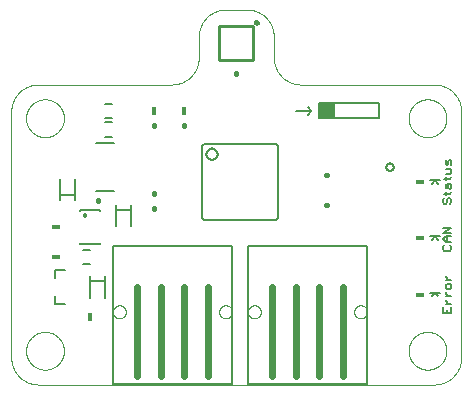
<source format=gto>
G75*
%MOIN*%
%OFA0B0*%
%FSLAX25Y25*%
%IPPOS*%
%LPD*%
%AMOC8*
5,1,8,0,0,1.08239X$1,22.5*
%
%ADD10C,0.00000*%
%ADD11C,0.00500*%
%ADD12C,0.01600*%
%ADD13C,0.00600*%
%ADD14C,0.00800*%
%ADD15R,0.02800X0.01600*%
%ADD16C,0.01000*%
%ADD17C,0.01200*%
%ADD18R,0.01600X0.02800*%
%ADD19C,0.02400*%
D10*
X0014550Y0005550D02*
X0146550Y0005550D01*
X0146767Y0005553D01*
X0146985Y0005561D01*
X0147202Y0005574D01*
X0147419Y0005592D01*
X0147635Y0005616D01*
X0147850Y0005644D01*
X0148065Y0005678D01*
X0148279Y0005718D01*
X0148492Y0005762D01*
X0148704Y0005812D01*
X0148914Y0005866D01*
X0149124Y0005926D01*
X0149331Y0005990D01*
X0149537Y0006060D01*
X0149741Y0006135D01*
X0149944Y0006214D01*
X0150144Y0006299D01*
X0150343Y0006388D01*
X0150539Y0006482D01*
X0150733Y0006581D01*
X0150924Y0006684D01*
X0151113Y0006792D01*
X0151299Y0006905D01*
X0151482Y0007022D01*
X0151663Y0007143D01*
X0151840Y0007269D01*
X0152014Y0007399D01*
X0152186Y0007533D01*
X0152354Y0007671D01*
X0152518Y0007813D01*
X0152679Y0007960D01*
X0152837Y0008110D01*
X0152990Y0008263D01*
X0153140Y0008421D01*
X0153287Y0008582D01*
X0153429Y0008746D01*
X0153567Y0008914D01*
X0153701Y0009086D01*
X0153831Y0009260D01*
X0153957Y0009437D01*
X0154078Y0009618D01*
X0154195Y0009801D01*
X0154308Y0009987D01*
X0154416Y0010176D01*
X0154519Y0010367D01*
X0154618Y0010561D01*
X0154712Y0010757D01*
X0154801Y0010956D01*
X0154886Y0011156D01*
X0154965Y0011359D01*
X0155040Y0011563D01*
X0155110Y0011769D01*
X0155174Y0011976D01*
X0155234Y0012186D01*
X0155288Y0012396D01*
X0155338Y0012608D01*
X0155382Y0012821D01*
X0155422Y0013035D01*
X0155456Y0013250D01*
X0155484Y0013465D01*
X0155508Y0013681D01*
X0155526Y0013898D01*
X0155539Y0014115D01*
X0155547Y0014333D01*
X0155550Y0014550D01*
X0155550Y0096550D01*
X0155547Y0096767D01*
X0155539Y0096985D01*
X0155526Y0097202D01*
X0155508Y0097419D01*
X0155484Y0097635D01*
X0155456Y0097850D01*
X0155422Y0098065D01*
X0155382Y0098279D01*
X0155338Y0098492D01*
X0155288Y0098704D01*
X0155234Y0098914D01*
X0155174Y0099124D01*
X0155110Y0099331D01*
X0155040Y0099537D01*
X0154965Y0099741D01*
X0154886Y0099944D01*
X0154801Y0100144D01*
X0154712Y0100343D01*
X0154618Y0100539D01*
X0154519Y0100733D01*
X0154416Y0100924D01*
X0154308Y0101113D01*
X0154195Y0101299D01*
X0154078Y0101482D01*
X0153957Y0101663D01*
X0153831Y0101840D01*
X0153701Y0102014D01*
X0153567Y0102186D01*
X0153429Y0102354D01*
X0153287Y0102518D01*
X0153140Y0102679D01*
X0152990Y0102837D01*
X0152837Y0102990D01*
X0152679Y0103140D01*
X0152518Y0103287D01*
X0152354Y0103429D01*
X0152186Y0103567D01*
X0152014Y0103701D01*
X0151840Y0103831D01*
X0151663Y0103957D01*
X0151482Y0104078D01*
X0151299Y0104195D01*
X0151113Y0104308D01*
X0150924Y0104416D01*
X0150733Y0104519D01*
X0150539Y0104618D01*
X0150343Y0104712D01*
X0150144Y0104801D01*
X0149944Y0104886D01*
X0149741Y0104965D01*
X0149537Y0105040D01*
X0149331Y0105110D01*
X0149124Y0105174D01*
X0148914Y0105234D01*
X0148704Y0105288D01*
X0148492Y0105338D01*
X0148279Y0105382D01*
X0148065Y0105422D01*
X0147850Y0105456D01*
X0147635Y0105484D01*
X0147419Y0105508D01*
X0147202Y0105526D01*
X0146985Y0105539D01*
X0146767Y0105547D01*
X0146550Y0105550D01*
X0102050Y0105550D01*
X0101833Y0105553D01*
X0101615Y0105561D01*
X0101398Y0105574D01*
X0101181Y0105592D01*
X0100965Y0105616D01*
X0100750Y0105644D01*
X0100535Y0105678D01*
X0100321Y0105718D01*
X0100108Y0105762D01*
X0099896Y0105812D01*
X0099686Y0105866D01*
X0099476Y0105926D01*
X0099269Y0105990D01*
X0099063Y0106060D01*
X0098859Y0106135D01*
X0098656Y0106214D01*
X0098456Y0106299D01*
X0098257Y0106388D01*
X0098061Y0106482D01*
X0097867Y0106581D01*
X0097676Y0106684D01*
X0097487Y0106792D01*
X0097301Y0106905D01*
X0097118Y0107022D01*
X0096937Y0107143D01*
X0096760Y0107269D01*
X0096586Y0107399D01*
X0096414Y0107533D01*
X0096246Y0107671D01*
X0096082Y0107813D01*
X0095921Y0107960D01*
X0095763Y0108110D01*
X0095610Y0108263D01*
X0095460Y0108421D01*
X0095313Y0108582D01*
X0095171Y0108746D01*
X0095033Y0108914D01*
X0094899Y0109086D01*
X0094769Y0109260D01*
X0094643Y0109437D01*
X0094522Y0109618D01*
X0094405Y0109801D01*
X0094292Y0109987D01*
X0094184Y0110176D01*
X0094081Y0110367D01*
X0093982Y0110561D01*
X0093888Y0110757D01*
X0093799Y0110956D01*
X0093714Y0111156D01*
X0093635Y0111359D01*
X0093560Y0111563D01*
X0093490Y0111769D01*
X0093426Y0111976D01*
X0093366Y0112186D01*
X0093312Y0112396D01*
X0093262Y0112608D01*
X0093218Y0112821D01*
X0093178Y0113035D01*
X0093144Y0113250D01*
X0093116Y0113465D01*
X0093092Y0113681D01*
X0093074Y0113898D01*
X0093061Y0114115D01*
X0093053Y0114333D01*
X0093050Y0114550D01*
X0093050Y0121550D01*
X0093047Y0121767D01*
X0093039Y0121985D01*
X0093026Y0122202D01*
X0093008Y0122419D01*
X0092984Y0122635D01*
X0092956Y0122850D01*
X0092922Y0123065D01*
X0092882Y0123279D01*
X0092838Y0123492D01*
X0092788Y0123704D01*
X0092734Y0123914D01*
X0092674Y0124124D01*
X0092610Y0124331D01*
X0092540Y0124537D01*
X0092465Y0124741D01*
X0092386Y0124944D01*
X0092301Y0125144D01*
X0092212Y0125343D01*
X0092118Y0125539D01*
X0092019Y0125733D01*
X0091916Y0125924D01*
X0091808Y0126113D01*
X0091695Y0126299D01*
X0091578Y0126482D01*
X0091457Y0126663D01*
X0091331Y0126840D01*
X0091201Y0127014D01*
X0091067Y0127186D01*
X0090929Y0127354D01*
X0090787Y0127518D01*
X0090640Y0127679D01*
X0090490Y0127837D01*
X0090337Y0127990D01*
X0090179Y0128140D01*
X0090018Y0128287D01*
X0089854Y0128429D01*
X0089686Y0128567D01*
X0089514Y0128701D01*
X0089340Y0128831D01*
X0089163Y0128957D01*
X0088982Y0129078D01*
X0088799Y0129195D01*
X0088613Y0129308D01*
X0088424Y0129416D01*
X0088233Y0129519D01*
X0088039Y0129618D01*
X0087843Y0129712D01*
X0087644Y0129801D01*
X0087444Y0129886D01*
X0087241Y0129965D01*
X0087037Y0130040D01*
X0086831Y0130110D01*
X0086624Y0130174D01*
X0086414Y0130234D01*
X0086204Y0130288D01*
X0085992Y0130338D01*
X0085779Y0130382D01*
X0085565Y0130422D01*
X0085350Y0130456D01*
X0085135Y0130484D01*
X0084919Y0130508D01*
X0084702Y0130526D01*
X0084485Y0130539D01*
X0084267Y0130547D01*
X0084050Y0130550D01*
X0077050Y0130550D01*
X0076833Y0130547D01*
X0076615Y0130539D01*
X0076398Y0130526D01*
X0076181Y0130508D01*
X0075965Y0130484D01*
X0075750Y0130456D01*
X0075535Y0130422D01*
X0075321Y0130382D01*
X0075108Y0130338D01*
X0074896Y0130288D01*
X0074686Y0130234D01*
X0074476Y0130174D01*
X0074269Y0130110D01*
X0074063Y0130040D01*
X0073859Y0129965D01*
X0073656Y0129886D01*
X0073456Y0129801D01*
X0073257Y0129712D01*
X0073061Y0129618D01*
X0072867Y0129519D01*
X0072676Y0129416D01*
X0072487Y0129308D01*
X0072301Y0129195D01*
X0072118Y0129078D01*
X0071937Y0128957D01*
X0071760Y0128831D01*
X0071586Y0128701D01*
X0071414Y0128567D01*
X0071246Y0128429D01*
X0071082Y0128287D01*
X0070921Y0128140D01*
X0070763Y0127990D01*
X0070610Y0127837D01*
X0070460Y0127679D01*
X0070313Y0127518D01*
X0070171Y0127354D01*
X0070033Y0127186D01*
X0069899Y0127014D01*
X0069769Y0126840D01*
X0069643Y0126663D01*
X0069522Y0126482D01*
X0069405Y0126299D01*
X0069292Y0126113D01*
X0069184Y0125924D01*
X0069081Y0125733D01*
X0068982Y0125539D01*
X0068888Y0125343D01*
X0068799Y0125144D01*
X0068714Y0124944D01*
X0068635Y0124741D01*
X0068560Y0124537D01*
X0068490Y0124331D01*
X0068426Y0124124D01*
X0068366Y0123914D01*
X0068312Y0123704D01*
X0068262Y0123492D01*
X0068218Y0123279D01*
X0068178Y0123065D01*
X0068144Y0122850D01*
X0068116Y0122635D01*
X0068092Y0122419D01*
X0068074Y0122202D01*
X0068061Y0121985D01*
X0068053Y0121767D01*
X0068050Y0121550D01*
X0068050Y0114550D01*
X0068047Y0114333D01*
X0068039Y0114115D01*
X0068026Y0113898D01*
X0068008Y0113681D01*
X0067984Y0113465D01*
X0067956Y0113250D01*
X0067922Y0113035D01*
X0067882Y0112821D01*
X0067838Y0112608D01*
X0067788Y0112396D01*
X0067734Y0112186D01*
X0067674Y0111976D01*
X0067610Y0111769D01*
X0067540Y0111563D01*
X0067465Y0111359D01*
X0067386Y0111156D01*
X0067301Y0110956D01*
X0067212Y0110757D01*
X0067118Y0110561D01*
X0067019Y0110367D01*
X0066916Y0110176D01*
X0066808Y0109987D01*
X0066695Y0109801D01*
X0066578Y0109618D01*
X0066457Y0109437D01*
X0066331Y0109260D01*
X0066201Y0109086D01*
X0066067Y0108914D01*
X0065929Y0108746D01*
X0065787Y0108582D01*
X0065640Y0108421D01*
X0065490Y0108263D01*
X0065337Y0108110D01*
X0065179Y0107960D01*
X0065018Y0107813D01*
X0064854Y0107671D01*
X0064686Y0107533D01*
X0064514Y0107399D01*
X0064340Y0107269D01*
X0064163Y0107143D01*
X0063982Y0107022D01*
X0063799Y0106905D01*
X0063613Y0106792D01*
X0063424Y0106684D01*
X0063233Y0106581D01*
X0063039Y0106482D01*
X0062843Y0106388D01*
X0062644Y0106299D01*
X0062444Y0106214D01*
X0062241Y0106135D01*
X0062037Y0106060D01*
X0061831Y0105990D01*
X0061624Y0105926D01*
X0061414Y0105866D01*
X0061204Y0105812D01*
X0060992Y0105762D01*
X0060779Y0105718D01*
X0060565Y0105678D01*
X0060350Y0105644D01*
X0060135Y0105616D01*
X0059919Y0105592D01*
X0059702Y0105574D01*
X0059485Y0105561D01*
X0059267Y0105553D01*
X0059050Y0105550D01*
X0014550Y0105550D01*
X0014333Y0105547D01*
X0014115Y0105539D01*
X0013898Y0105526D01*
X0013681Y0105508D01*
X0013465Y0105484D01*
X0013250Y0105456D01*
X0013035Y0105422D01*
X0012821Y0105382D01*
X0012608Y0105338D01*
X0012396Y0105288D01*
X0012186Y0105234D01*
X0011976Y0105174D01*
X0011769Y0105110D01*
X0011563Y0105040D01*
X0011359Y0104965D01*
X0011156Y0104886D01*
X0010956Y0104801D01*
X0010757Y0104712D01*
X0010561Y0104618D01*
X0010367Y0104519D01*
X0010176Y0104416D01*
X0009987Y0104308D01*
X0009801Y0104195D01*
X0009618Y0104078D01*
X0009437Y0103957D01*
X0009260Y0103831D01*
X0009086Y0103701D01*
X0008914Y0103567D01*
X0008746Y0103429D01*
X0008582Y0103287D01*
X0008421Y0103140D01*
X0008263Y0102990D01*
X0008110Y0102837D01*
X0007960Y0102679D01*
X0007813Y0102518D01*
X0007671Y0102354D01*
X0007533Y0102186D01*
X0007399Y0102014D01*
X0007269Y0101840D01*
X0007143Y0101663D01*
X0007022Y0101482D01*
X0006905Y0101299D01*
X0006792Y0101113D01*
X0006684Y0100924D01*
X0006581Y0100733D01*
X0006482Y0100539D01*
X0006388Y0100343D01*
X0006299Y0100144D01*
X0006214Y0099944D01*
X0006135Y0099741D01*
X0006060Y0099537D01*
X0005990Y0099331D01*
X0005926Y0099124D01*
X0005866Y0098914D01*
X0005812Y0098704D01*
X0005762Y0098492D01*
X0005718Y0098279D01*
X0005678Y0098065D01*
X0005644Y0097850D01*
X0005616Y0097635D01*
X0005592Y0097419D01*
X0005574Y0097202D01*
X0005561Y0096985D01*
X0005553Y0096767D01*
X0005550Y0096550D01*
X0005550Y0014550D01*
X0005553Y0014333D01*
X0005561Y0014115D01*
X0005574Y0013898D01*
X0005592Y0013681D01*
X0005616Y0013465D01*
X0005644Y0013250D01*
X0005678Y0013035D01*
X0005718Y0012821D01*
X0005762Y0012608D01*
X0005812Y0012396D01*
X0005866Y0012186D01*
X0005926Y0011976D01*
X0005990Y0011769D01*
X0006060Y0011563D01*
X0006135Y0011359D01*
X0006214Y0011156D01*
X0006299Y0010956D01*
X0006388Y0010757D01*
X0006482Y0010561D01*
X0006581Y0010367D01*
X0006684Y0010176D01*
X0006792Y0009987D01*
X0006905Y0009801D01*
X0007022Y0009618D01*
X0007143Y0009437D01*
X0007269Y0009260D01*
X0007399Y0009086D01*
X0007533Y0008914D01*
X0007671Y0008746D01*
X0007813Y0008582D01*
X0007960Y0008421D01*
X0008110Y0008263D01*
X0008263Y0008110D01*
X0008421Y0007960D01*
X0008582Y0007813D01*
X0008746Y0007671D01*
X0008914Y0007533D01*
X0009086Y0007399D01*
X0009260Y0007269D01*
X0009437Y0007143D01*
X0009618Y0007022D01*
X0009801Y0006905D01*
X0009987Y0006792D01*
X0010176Y0006684D01*
X0010367Y0006581D01*
X0010561Y0006482D01*
X0010757Y0006388D01*
X0010956Y0006299D01*
X0011156Y0006214D01*
X0011359Y0006135D01*
X0011563Y0006060D01*
X0011769Y0005990D01*
X0011976Y0005926D01*
X0012186Y0005866D01*
X0012396Y0005812D01*
X0012608Y0005762D01*
X0012821Y0005718D01*
X0013035Y0005678D01*
X0013250Y0005644D01*
X0013465Y0005616D01*
X0013681Y0005592D01*
X0013898Y0005574D01*
X0014115Y0005561D01*
X0014333Y0005553D01*
X0014550Y0005550D01*
X0010501Y0016800D02*
X0010503Y0016958D01*
X0010509Y0017116D01*
X0010519Y0017274D01*
X0010533Y0017432D01*
X0010551Y0017589D01*
X0010572Y0017746D01*
X0010598Y0017902D01*
X0010628Y0018058D01*
X0010661Y0018213D01*
X0010699Y0018366D01*
X0010740Y0018519D01*
X0010785Y0018671D01*
X0010834Y0018822D01*
X0010887Y0018971D01*
X0010943Y0019119D01*
X0011003Y0019265D01*
X0011067Y0019410D01*
X0011135Y0019553D01*
X0011206Y0019695D01*
X0011280Y0019835D01*
X0011358Y0019972D01*
X0011440Y0020108D01*
X0011524Y0020242D01*
X0011613Y0020373D01*
X0011704Y0020502D01*
X0011799Y0020629D01*
X0011896Y0020754D01*
X0011997Y0020876D01*
X0012101Y0020995D01*
X0012208Y0021112D01*
X0012318Y0021226D01*
X0012431Y0021337D01*
X0012546Y0021446D01*
X0012664Y0021551D01*
X0012785Y0021653D01*
X0012908Y0021753D01*
X0013034Y0021849D01*
X0013162Y0021942D01*
X0013292Y0022032D01*
X0013425Y0022118D01*
X0013560Y0022202D01*
X0013696Y0022281D01*
X0013835Y0022358D01*
X0013976Y0022430D01*
X0014118Y0022500D01*
X0014262Y0022565D01*
X0014408Y0022627D01*
X0014555Y0022685D01*
X0014704Y0022740D01*
X0014854Y0022791D01*
X0015005Y0022838D01*
X0015157Y0022881D01*
X0015310Y0022920D01*
X0015465Y0022956D01*
X0015620Y0022987D01*
X0015776Y0023015D01*
X0015932Y0023039D01*
X0016089Y0023059D01*
X0016247Y0023075D01*
X0016404Y0023087D01*
X0016563Y0023095D01*
X0016721Y0023099D01*
X0016879Y0023099D01*
X0017037Y0023095D01*
X0017196Y0023087D01*
X0017353Y0023075D01*
X0017511Y0023059D01*
X0017668Y0023039D01*
X0017824Y0023015D01*
X0017980Y0022987D01*
X0018135Y0022956D01*
X0018290Y0022920D01*
X0018443Y0022881D01*
X0018595Y0022838D01*
X0018746Y0022791D01*
X0018896Y0022740D01*
X0019045Y0022685D01*
X0019192Y0022627D01*
X0019338Y0022565D01*
X0019482Y0022500D01*
X0019624Y0022430D01*
X0019765Y0022358D01*
X0019904Y0022281D01*
X0020040Y0022202D01*
X0020175Y0022118D01*
X0020308Y0022032D01*
X0020438Y0021942D01*
X0020566Y0021849D01*
X0020692Y0021753D01*
X0020815Y0021653D01*
X0020936Y0021551D01*
X0021054Y0021446D01*
X0021169Y0021337D01*
X0021282Y0021226D01*
X0021392Y0021112D01*
X0021499Y0020995D01*
X0021603Y0020876D01*
X0021704Y0020754D01*
X0021801Y0020629D01*
X0021896Y0020502D01*
X0021987Y0020373D01*
X0022076Y0020242D01*
X0022160Y0020108D01*
X0022242Y0019972D01*
X0022320Y0019835D01*
X0022394Y0019695D01*
X0022465Y0019553D01*
X0022533Y0019410D01*
X0022597Y0019265D01*
X0022657Y0019119D01*
X0022713Y0018971D01*
X0022766Y0018822D01*
X0022815Y0018671D01*
X0022860Y0018519D01*
X0022901Y0018366D01*
X0022939Y0018213D01*
X0022972Y0018058D01*
X0023002Y0017902D01*
X0023028Y0017746D01*
X0023049Y0017589D01*
X0023067Y0017432D01*
X0023081Y0017274D01*
X0023091Y0017116D01*
X0023097Y0016958D01*
X0023099Y0016800D01*
X0023097Y0016642D01*
X0023091Y0016484D01*
X0023081Y0016326D01*
X0023067Y0016168D01*
X0023049Y0016011D01*
X0023028Y0015854D01*
X0023002Y0015698D01*
X0022972Y0015542D01*
X0022939Y0015387D01*
X0022901Y0015234D01*
X0022860Y0015081D01*
X0022815Y0014929D01*
X0022766Y0014778D01*
X0022713Y0014629D01*
X0022657Y0014481D01*
X0022597Y0014335D01*
X0022533Y0014190D01*
X0022465Y0014047D01*
X0022394Y0013905D01*
X0022320Y0013765D01*
X0022242Y0013628D01*
X0022160Y0013492D01*
X0022076Y0013358D01*
X0021987Y0013227D01*
X0021896Y0013098D01*
X0021801Y0012971D01*
X0021704Y0012846D01*
X0021603Y0012724D01*
X0021499Y0012605D01*
X0021392Y0012488D01*
X0021282Y0012374D01*
X0021169Y0012263D01*
X0021054Y0012154D01*
X0020936Y0012049D01*
X0020815Y0011947D01*
X0020692Y0011847D01*
X0020566Y0011751D01*
X0020438Y0011658D01*
X0020308Y0011568D01*
X0020175Y0011482D01*
X0020040Y0011398D01*
X0019904Y0011319D01*
X0019765Y0011242D01*
X0019624Y0011170D01*
X0019482Y0011100D01*
X0019338Y0011035D01*
X0019192Y0010973D01*
X0019045Y0010915D01*
X0018896Y0010860D01*
X0018746Y0010809D01*
X0018595Y0010762D01*
X0018443Y0010719D01*
X0018290Y0010680D01*
X0018135Y0010644D01*
X0017980Y0010613D01*
X0017824Y0010585D01*
X0017668Y0010561D01*
X0017511Y0010541D01*
X0017353Y0010525D01*
X0017196Y0010513D01*
X0017037Y0010505D01*
X0016879Y0010501D01*
X0016721Y0010501D01*
X0016563Y0010505D01*
X0016404Y0010513D01*
X0016247Y0010525D01*
X0016089Y0010541D01*
X0015932Y0010561D01*
X0015776Y0010585D01*
X0015620Y0010613D01*
X0015465Y0010644D01*
X0015310Y0010680D01*
X0015157Y0010719D01*
X0015005Y0010762D01*
X0014854Y0010809D01*
X0014704Y0010860D01*
X0014555Y0010915D01*
X0014408Y0010973D01*
X0014262Y0011035D01*
X0014118Y0011100D01*
X0013976Y0011170D01*
X0013835Y0011242D01*
X0013696Y0011319D01*
X0013560Y0011398D01*
X0013425Y0011482D01*
X0013292Y0011568D01*
X0013162Y0011658D01*
X0013034Y0011751D01*
X0012908Y0011847D01*
X0012785Y0011947D01*
X0012664Y0012049D01*
X0012546Y0012154D01*
X0012431Y0012263D01*
X0012318Y0012374D01*
X0012208Y0012488D01*
X0012101Y0012605D01*
X0011997Y0012724D01*
X0011896Y0012846D01*
X0011799Y0012971D01*
X0011704Y0013098D01*
X0011613Y0013227D01*
X0011524Y0013358D01*
X0011440Y0013492D01*
X0011358Y0013628D01*
X0011280Y0013765D01*
X0011206Y0013905D01*
X0011135Y0014047D01*
X0011067Y0014190D01*
X0011003Y0014335D01*
X0010943Y0014481D01*
X0010887Y0014629D01*
X0010834Y0014778D01*
X0010785Y0014929D01*
X0010740Y0015081D01*
X0010699Y0015234D01*
X0010661Y0015387D01*
X0010628Y0015542D01*
X0010598Y0015698D01*
X0010572Y0015854D01*
X0010551Y0016011D01*
X0010533Y0016168D01*
X0010519Y0016326D01*
X0010509Y0016484D01*
X0010503Y0016642D01*
X0010501Y0016800D01*
X0039418Y0029782D02*
X0039420Y0029875D01*
X0039426Y0029967D01*
X0039436Y0030059D01*
X0039450Y0030150D01*
X0039467Y0030241D01*
X0039489Y0030331D01*
X0039514Y0030420D01*
X0039543Y0030508D01*
X0039576Y0030594D01*
X0039613Y0030679D01*
X0039653Y0030763D01*
X0039697Y0030844D01*
X0039744Y0030924D01*
X0039794Y0031002D01*
X0039848Y0031077D01*
X0039905Y0031150D01*
X0039965Y0031220D01*
X0040028Y0031288D01*
X0040094Y0031353D01*
X0040162Y0031415D01*
X0040233Y0031475D01*
X0040307Y0031531D01*
X0040383Y0031584D01*
X0040461Y0031633D01*
X0040541Y0031680D01*
X0040623Y0031722D01*
X0040707Y0031762D01*
X0040792Y0031797D01*
X0040879Y0031829D01*
X0040967Y0031858D01*
X0041056Y0031882D01*
X0041146Y0031903D01*
X0041237Y0031919D01*
X0041329Y0031932D01*
X0041421Y0031941D01*
X0041514Y0031946D01*
X0041606Y0031947D01*
X0041699Y0031944D01*
X0041791Y0031937D01*
X0041883Y0031926D01*
X0041974Y0031911D01*
X0042065Y0031893D01*
X0042155Y0031870D01*
X0042243Y0031844D01*
X0042331Y0031814D01*
X0042417Y0031780D01*
X0042501Y0031743D01*
X0042584Y0031701D01*
X0042665Y0031657D01*
X0042745Y0031609D01*
X0042822Y0031558D01*
X0042896Y0031503D01*
X0042969Y0031445D01*
X0043039Y0031385D01*
X0043106Y0031321D01*
X0043170Y0031255D01*
X0043232Y0031185D01*
X0043290Y0031114D01*
X0043345Y0031040D01*
X0043397Y0030963D01*
X0043446Y0030884D01*
X0043492Y0030804D01*
X0043534Y0030721D01*
X0043572Y0030637D01*
X0043607Y0030551D01*
X0043638Y0030464D01*
X0043665Y0030376D01*
X0043688Y0030286D01*
X0043708Y0030196D01*
X0043724Y0030105D01*
X0043736Y0030013D01*
X0043744Y0029921D01*
X0043748Y0029828D01*
X0043748Y0029736D01*
X0043744Y0029643D01*
X0043736Y0029551D01*
X0043724Y0029459D01*
X0043708Y0029368D01*
X0043688Y0029278D01*
X0043665Y0029188D01*
X0043638Y0029100D01*
X0043607Y0029013D01*
X0043572Y0028927D01*
X0043534Y0028843D01*
X0043492Y0028760D01*
X0043446Y0028680D01*
X0043397Y0028601D01*
X0043345Y0028524D01*
X0043290Y0028450D01*
X0043232Y0028379D01*
X0043170Y0028309D01*
X0043106Y0028243D01*
X0043039Y0028179D01*
X0042969Y0028119D01*
X0042896Y0028061D01*
X0042822Y0028006D01*
X0042745Y0027955D01*
X0042666Y0027907D01*
X0042584Y0027863D01*
X0042501Y0027821D01*
X0042417Y0027784D01*
X0042331Y0027750D01*
X0042243Y0027720D01*
X0042155Y0027694D01*
X0042065Y0027671D01*
X0041974Y0027653D01*
X0041883Y0027638D01*
X0041791Y0027627D01*
X0041699Y0027620D01*
X0041606Y0027617D01*
X0041514Y0027618D01*
X0041421Y0027623D01*
X0041329Y0027632D01*
X0041237Y0027645D01*
X0041146Y0027661D01*
X0041056Y0027682D01*
X0040967Y0027706D01*
X0040879Y0027735D01*
X0040792Y0027767D01*
X0040707Y0027802D01*
X0040623Y0027842D01*
X0040541Y0027884D01*
X0040461Y0027931D01*
X0040383Y0027980D01*
X0040307Y0028033D01*
X0040233Y0028089D01*
X0040162Y0028149D01*
X0040094Y0028211D01*
X0040028Y0028276D01*
X0039965Y0028344D01*
X0039905Y0028414D01*
X0039848Y0028487D01*
X0039794Y0028562D01*
X0039744Y0028640D01*
X0039697Y0028720D01*
X0039653Y0028801D01*
X0039613Y0028885D01*
X0039576Y0028970D01*
X0039543Y0029056D01*
X0039514Y0029144D01*
X0039489Y0029233D01*
X0039467Y0029323D01*
X0039450Y0029414D01*
X0039436Y0029505D01*
X0039426Y0029597D01*
X0039420Y0029689D01*
X0039418Y0029782D01*
X0074852Y0029782D02*
X0074854Y0029875D01*
X0074860Y0029967D01*
X0074870Y0030059D01*
X0074884Y0030150D01*
X0074901Y0030241D01*
X0074923Y0030331D01*
X0074948Y0030420D01*
X0074977Y0030508D01*
X0075010Y0030594D01*
X0075047Y0030679D01*
X0075087Y0030763D01*
X0075131Y0030844D01*
X0075178Y0030924D01*
X0075228Y0031002D01*
X0075282Y0031077D01*
X0075339Y0031150D01*
X0075399Y0031220D01*
X0075462Y0031288D01*
X0075528Y0031353D01*
X0075596Y0031415D01*
X0075667Y0031475D01*
X0075741Y0031531D01*
X0075817Y0031584D01*
X0075895Y0031633D01*
X0075975Y0031680D01*
X0076057Y0031722D01*
X0076141Y0031762D01*
X0076226Y0031797D01*
X0076313Y0031829D01*
X0076401Y0031858D01*
X0076490Y0031882D01*
X0076580Y0031903D01*
X0076671Y0031919D01*
X0076763Y0031932D01*
X0076855Y0031941D01*
X0076948Y0031946D01*
X0077040Y0031947D01*
X0077133Y0031944D01*
X0077225Y0031937D01*
X0077317Y0031926D01*
X0077408Y0031911D01*
X0077499Y0031893D01*
X0077589Y0031870D01*
X0077677Y0031844D01*
X0077765Y0031814D01*
X0077851Y0031780D01*
X0077935Y0031743D01*
X0078018Y0031701D01*
X0078099Y0031657D01*
X0078179Y0031609D01*
X0078256Y0031558D01*
X0078330Y0031503D01*
X0078403Y0031445D01*
X0078473Y0031385D01*
X0078540Y0031321D01*
X0078604Y0031255D01*
X0078666Y0031185D01*
X0078724Y0031114D01*
X0078779Y0031040D01*
X0078831Y0030963D01*
X0078880Y0030884D01*
X0078926Y0030804D01*
X0078968Y0030721D01*
X0079006Y0030637D01*
X0079041Y0030551D01*
X0079072Y0030464D01*
X0079099Y0030376D01*
X0079122Y0030286D01*
X0079142Y0030196D01*
X0079158Y0030105D01*
X0079170Y0030013D01*
X0079178Y0029921D01*
X0079182Y0029828D01*
X0079182Y0029736D01*
X0079178Y0029643D01*
X0079170Y0029551D01*
X0079158Y0029459D01*
X0079142Y0029368D01*
X0079122Y0029278D01*
X0079099Y0029188D01*
X0079072Y0029100D01*
X0079041Y0029013D01*
X0079006Y0028927D01*
X0078968Y0028843D01*
X0078926Y0028760D01*
X0078880Y0028680D01*
X0078831Y0028601D01*
X0078779Y0028524D01*
X0078724Y0028450D01*
X0078666Y0028379D01*
X0078604Y0028309D01*
X0078540Y0028243D01*
X0078473Y0028179D01*
X0078403Y0028119D01*
X0078330Y0028061D01*
X0078256Y0028006D01*
X0078179Y0027955D01*
X0078100Y0027907D01*
X0078018Y0027863D01*
X0077935Y0027821D01*
X0077851Y0027784D01*
X0077765Y0027750D01*
X0077677Y0027720D01*
X0077589Y0027694D01*
X0077499Y0027671D01*
X0077408Y0027653D01*
X0077317Y0027638D01*
X0077225Y0027627D01*
X0077133Y0027620D01*
X0077040Y0027617D01*
X0076948Y0027618D01*
X0076855Y0027623D01*
X0076763Y0027632D01*
X0076671Y0027645D01*
X0076580Y0027661D01*
X0076490Y0027682D01*
X0076401Y0027706D01*
X0076313Y0027735D01*
X0076226Y0027767D01*
X0076141Y0027802D01*
X0076057Y0027842D01*
X0075975Y0027884D01*
X0075895Y0027931D01*
X0075817Y0027980D01*
X0075741Y0028033D01*
X0075667Y0028089D01*
X0075596Y0028149D01*
X0075528Y0028211D01*
X0075462Y0028276D01*
X0075399Y0028344D01*
X0075339Y0028414D01*
X0075282Y0028487D01*
X0075228Y0028562D01*
X0075178Y0028640D01*
X0075131Y0028720D01*
X0075087Y0028801D01*
X0075047Y0028885D01*
X0075010Y0028970D01*
X0074977Y0029056D01*
X0074948Y0029144D01*
X0074923Y0029233D01*
X0074901Y0029323D01*
X0074884Y0029414D01*
X0074870Y0029505D01*
X0074860Y0029597D01*
X0074854Y0029689D01*
X0074852Y0029782D01*
X0084418Y0029782D02*
X0084420Y0029875D01*
X0084426Y0029967D01*
X0084436Y0030059D01*
X0084450Y0030150D01*
X0084467Y0030241D01*
X0084489Y0030331D01*
X0084514Y0030420D01*
X0084543Y0030508D01*
X0084576Y0030594D01*
X0084613Y0030679D01*
X0084653Y0030763D01*
X0084697Y0030844D01*
X0084744Y0030924D01*
X0084794Y0031002D01*
X0084848Y0031077D01*
X0084905Y0031150D01*
X0084965Y0031220D01*
X0085028Y0031288D01*
X0085094Y0031353D01*
X0085162Y0031415D01*
X0085233Y0031475D01*
X0085307Y0031531D01*
X0085383Y0031584D01*
X0085461Y0031633D01*
X0085541Y0031680D01*
X0085623Y0031722D01*
X0085707Y0031762D01*
X0085792Y0031797D01*
X0085879Y0031829D01*
X0085967Y0031858D01*
X0086056Y0031882D01*
X0086146Y0031903D01*
X0086237Y0031919D01*
X0086329Y0031932D01*
X0086421Y0031941D01*
X0086514Y0031946D01*
X0086606Y0031947D01*
X0086699Y0031944D01*
X0086791Y0031937D01*
X0086883Y0031926D01*
X0086974Y0031911D01*
X0087065Y0031893D01*
X0087155Y0031870D01*
X0087243Y0031844D01*
X0087331Y0031814D01*
X0087417Y0031780D01*
X0087501Y0031743D01*
X0087584Y0031701D01*
X0087665Y0031657D01*
X0087745Y0031609D01*
X0087822Y0031558D01*
X0087896Y0031503D01*
X0087969Y0031445D01*
X0088039Y0031385D01*
X0088106Y0031321D01*
X0088170Y0031255D01*
X0088232Y0031185D01*
X0088290Y0031114D01*
X0088345Y0031040D01*
X0088397Y0030963D01*
X0088446Y0030884D01*
X0088492Y0030804D01*
X0088534Y0030721D01*
X0088572Y0030637D01*
X0088607Y0030551D01*
X0088638Y0030464D01*
X0088665Y0030376D01*
X0088688Y0030286D01*
X0088708Y0030196D01*
X0088724Y0030105D01*
X0088736Y0030013D01*
X0088744Y0029921D01*
X0088748Y0029828D01*
X0088748Y0029736D01*
X0088744Y0029643D01*
X0088736Y0029551D01*
X0088724Y0029459D01*
X0088708Y0029368D01*
X0088688Y0029278D01*
X0088665Y0029188D01*
X0088638Y0029100D01*
X0088607Y0029013D01*
X0088572Y0028927D01*
X0088534Y0028843D01*
X0088492Y0028760D01*
X0088446Y0028680D01*
X0088397Y0028601D01*
X0088345Y0028524D01*
X0088290Y0028450D01*
X0088232Y0028379D01*
X0088170Y0028309D01*
X0088106Y0028243D01*
X0088039Y0028179D01*
X0087969Y0028119D01*
X0087896Y0028061D01*
X0087822Y0028006D01*
X0087745Y0027955D01*
X0087666Y0027907D01*
X0087584Y0027863D01*
X0087501Y0027821D01*
X0087417Y0027784D01*
X0087331Y0027750D01*
X0087243Y0027720D01*
X0087155Y0027694D01*
X0087065Y0027671D01*
X0086974Y0027653D01*
X0086883Y0027638D01*
X0086791Y0027627D01*
X0086699Y0027620D01*
X0086606Y0027617D01*
X0086514Y0027618D01*
X0086421Y0027623D01*
X0086329Y0027632D01*
X0086237Y0027645D01*
X0086146Y0027661D01*
X0086056Y0027682D01*
X0085967Y0027706D01*
X0085879Y0027735D01*
X0085792Y0027767D01*
X0085707Y0027802D01*
X0085623Y0027842D01*
X0085541Y0027884D01*
X0085461Y0027931D01*
X0085383Y0027980D01*
X0085307Y0028033D01*
X0085233Y0028089D01*
X0085162Y0028149D01*
X0085094Y0028211D01*
X0085028Y0028276D01*
X0084965Y0028344D01*
X0084905Y0028414D01*
X0084848Y0028487D01*
X0084794Y0028562D01*
X0084744Y0028640D01*
X0084697Y0028720D01*
X0084653Y0028801D01*
X0084613Y0028885D01*
X0084576Y0028970D01*
X0084543Y0029056D01*
X0084514Y0029144D01*
X0084489Y0029233D01*
X0084467Y0029323D01*
X0084450Y0029414D01*
X0084436Y0029505D01*
X0084426Y0029597D01*
X0084420Y0029689D01*
X0084418Y0029782D01*
X0119852Y0029782D02*
X0119854Y0029875D01*
X0119860Y0029967D01*
X0119870Y0030059D01*
X0119884Y0030150D01*
X0119901Y0030241D01*
X0119923Y0030331D01*
X0119948Y0030420D01*
X0119977Y0030508D01*
X0120010Y0030594D01*
X0120047Y0030679D01*
X0120087Y0030763D01*
X0120131Y0030844D01*
X0120178Y0030924D01*
X0120228Y0031002D01*
X0120282Y0031077D01*
X0120339Y0031150D01*
X0120399Y0031220D01*
X0120462Y0031288D01*
X0120528Y0031353D01*
X0120596Y0031415D01*
X0120667Y0031475D01*
X0120741Y0031531D01*
X0120817Y0031584D01*
X0120895Y0031633D01*
X0120975Y0031680D01*
X0121057Y0031722D01*
X0121141Y0031762D01*
X0121226Y0031797D01*
X0121313Y0031829D01*
X0121401Y0031858D01*
X0121490Y0031882D01*
X0121580Y0031903D01*
X0121671Y0031919D01*
X0121763Y0031932D01*
X0121855Y0031941D01*
X0121948Y0031946D01*
X0122040Y0031947D01*
X0122133Y0031944D01*
X0122225Y0031937D01*
X0122317Y0031926D01*
X0122408Y0031911D01*
X0122499Y0031893D01*
X0122589Y0031870D01*
X0122677Y0031844D01*
X0122765Y0031814D01*
X0122851Y0031780D01*
X0122935Y0031743D01*
X0123018Y0031701D01*
X0123099Y0031657D01*
X0123179Y0031609D01*
X0123256Y0031558D01*
X0123330Y0031503D01*
X0123403Y0031445D01*
X0123473Y0031385D01*
X0123540Y0031321D01*
X0123604Y0031255D01*
X0123666Y0031185D01*
X0123724Y0031114D01*
X0123779Y0031040D01*
X0123831Y0030963D01*
X0123880Y0030884D01*
X0123926Y0030804D01*
X0123968Y0030721D01*
X0124006Y0030637D01*
X0124041Y0030551D01*
X0124072Y0030464D01*
X0124099Y0030376D01*
X0124122Y0030286D01*
X0124142Y0030196D01*
X0124158Y0030105D01*
X0124170Y0030013D01*
X0124178Y0029921D01*
X0124182Y0029828D01*
X0124182Y0029736D01*
X0124178Y0029643D01*
X0124170Y0029551D01*
X0124158Y0029459D01*
X0124142Y0029368D01*
X0124122Y0029278D01*
X0124099Y0029188D01*
X0124072Y0029100D01*
X0124041Y0029013D01*
X0124006Y0028927D01*
X0123968Y0028843D01*
X0123926Y0028760D01*
X0123880Y0028680D01*
X0123831Y0028601D01*
X0123779Y0028524D01*
X0123724Y0028450D01*
X0123666Y0028379D01*
X0123604Y0028309D01*
X0123540Y0028243D01*
X0123473Y0028179D01*
X0123403Y0028119D01*
X0123330Y0028061D01*
X0123256Y0028006D01*
X0123179Y0027955D01*
X0123100Y0027907D01*
X0123018Y0027863D01*
X0122935Y0027821D01*
X0122851Y0027784D01*
X0122765Y0027750D01*
X0122677Y0027720D01*
X0122589Y0027694D01*
X0122499Y0027671D01*
X0122408Y0027653D01*
X0122317Y0027638D01*
X0122225Y0027627D01*
X0122133Y0027620D01*
X0122040Y0027617D01*
X0121948Y0027618D01*
X0121855Y0027623D01*
X0121763Y0027632D01*
X0121671Y0027645D01*
X0121580Y0027661D01*
X0121490Y0027682D01*
X0121401Y0027706D01*
X0121313Y0027735D01*
X0121226Y0027767D01*
X0121141Y0027802D01*
X0121057Y0027842D01*
X0120975Y0027884D01*
X0120895Y0027931D01*
X0120817Y0027980D01*
X0120741Y0028033D01*
X0120667Y0028089D01*
X0120596Y0028149D01*
X0120528Y0028211D01*
X0120462Y0028276D01*
X0120399Y0028344D01*
X0120339Y0028414D01*
X0120282Y0028487D01*
X0120228Y0028562D01*
X0120178Y0028640D01*
X0120131Y0028720D01*
X0120087Y0028801D01*
X0120047Y0028885D01*
X0120010Y0028970D01*
X0119977Y0029056D01*
X0119948Y0029144D01*
X0119923Y0029233D01*
X0119901Y0029323D01*
X0119884Y0029414D01*
X0119870Y0029505D01*
X0119860Y0029597D01*
X0119854Y0029689D01*
X0119852Y0029782D01*
X0138001Y0016800D02*
X0138003Y0016958D01*
X0138009Y0017116D01*
X0138019Y0017274D01*
X0138033Y0017432D01*
X0138051Y0017589D01*
X0138072Y0017746D01*
X0138098Y0017902D01*
X0138128Y0018058D01*
X0138161Y0018213D01*
X0138199Y0018366D01*
X0138240Y0018519D01*
X0138285Y0018671D01*
X0138334Y0018822D01*
X0138387Y0018971D01*
X0138443Y0019119D01*
X0138503Y0019265D01*
X0138567Y0019410D01*
X0138635Y0019553D01*
X0138706Y0019695D01*
X0138780Y0019835D01*
X0138858Y0019972D01*
X0138940Y0020108D01*
X0139024Y0020242D01*
X0139113Y0020373D01*
X0139204Y0020502D01*
X0139299Y0020629D01*
X0139396Y0020754D01*
X0139497Y0020876D01*
X0139601Y0020995D01*
X0139708Y0021112D01*
X0139818Y0021226D01*
X0139931Y0021337D01*
X0140046Y0021446D01*
X0140164Y0021551D01*
X0140285Y0021653D01*
X0140408Y0021753D01*
X0140534Y0021849D01*
X0140662Y0021942D01*
X0140792Y0022032D01*
X0140925Y0022118D01*
X0141060Y0022202D01*
X0141196Y0022281D01*
X0141335Y0022358D01*
X0141476Y0022430D01*
X0141618Y0022500D01*
X0141762Y0022565D01*
X0141908Y0022627D01*
X0142055Y0022685D01*
X0142204Y0022740D01*
X0142354Y0022791D01*
X0142505Y0022838D01*
X0142657Y0022881D01*
X0142810Y0022920D01*
X0142965Y0022956D01*
X0143120Y0022987D01*
X0143276Y0023015D01*
X0143432Y0023039D01*
X0143589Y0023059D01*
X0143747Y0023075D01*
X0143904Y0023087D01*
X0144063Y0023095D01*
X0144221Y0023099D01*
X0144379Y0023099D01*
X0144537Y0023095D01*
X0144696Y0023087D01*
X0144853Y0023075D01*
X0145011Y0023059D01*
X0145168Y0023039D01*
X0145324Y0023015D01*
X0145480Y0022987D01*
X0145635Y0022956D01*
X0145790Y0022920D01*
X0145943Y0022881D01*
X0146095Y0022838D01*
X0146246Y0022791D01*
X0146396Y0022740D01*
X0146545Y0022685D01*
X0146692Y0022627D01*
X0146838Y0022565D01*
X0146982Y0022500D01*
X0147124Y0022430D01*
X0147265Y0022358D01*
X0147404Y0022281D01*
X0147540Y0022202D01*
X0147675Y0022118D01*
X0147808Y0022032D01*
X0147938Y0021942D01*
X0148066Y0021849D01*
X0148192Y0021753D01*
X0148315Y0021653D01*
X0148436Y0021551D01*
X0148554Y0021446D01*
X0148669Y0021337D01*
X0148782Y0021226D01*
X0148892Y0021112D01*
X0148999Y0020995D01*
X0149103Y0020876D01*
X0149204Y0020754D01*
X0149301Y0020629D01*
X0149396Y0020502D01*
X0149487Y0020373D01*
X0149576Y0020242D01*
X0149660Y0020108D01*
X0149742Y0019972D01*
X0149820Y0019835D01*
X0149894Y0019695D01*
X0149965Y0019553D01*
X0150033Y0019410D01*
X0150097Y0019265D01*
X0150157Y0019119D01*
X0150213Y0018971D01*
X0150266Y0018822D01*
X0150315Y0018671D01*
X0150360Y0018519D01*
X0150401Y0018366D01*
X0150439Y0018213D01*
X0150472Y0018058D01*
X0150502Y0017902D01*
X0150528Y0017746D01*
X0150549Y0017589D01*
X0150567Y0017432D01*
X0150581Y0017274D01*
X0150591Y0017116D01*
X0150597Y0016958D01*
X0150599Y0016800D01*
X0150597Y0016642D01*
X0150591Y0016484D01*
X0150581Y0016326D01*
X0150567Y0016168D01*
X0150549Y0016011D01*
X0150528Y0015854D01*
X0150502Y0015698D01*
X0150472Y0015542D01*
X0150439Y0015387D01*
X0150401Y0015234D01*
X0150360Y0015081D01*
X0150315Y0014929D01*
X0150266Y0014778D01*
X0150213Y0014629D01*
X0150157Y0014481D01*
X0150097Y0014335D01*
X0150033Y0014190D01*
X0149965Y0014047D01*
X0149894Y0013905D01*
X0149820Y0013765D01*
X0149742Y0013628D01*
X0149660Y0013492D01*
X0149576Y0013358D01*
X0149487Y0013227D01*
X0149396Y0013098D01*
X0149301Y0012971D01*
X0149204Y0012846D01*
X0149103Y0012724D01*
X0148999Y0012605D01*
X0148892Y0012488D01*
X0148782Y0012374D01*
X0148669Y0012263D01*
X0148554Y0012154D01*
X0148436Y0012049D01*
X0148315Y0011947D01*
X0148192Y0011847D01*
X0148066Y0011751D01*
X0147938Y0011658D01*
X0147808Y0011568D01*
X0147675Y0011482D01*
X0147540Y0011398D01*
X0147404Y0011319D01*
X0147265Y0011242D01*
X0147124Y0011170D01*
X0146982Y0011100D01*
X0146838Y0011035D01*
X0146692Y0010973D01*
X0146545Y0010915D01*
X0146396Y0010860D01*
X0146246Y0010809D01*
X0146095Y0010762D01*
X0145943Y0010719D01*
X0145790Y0010680D01*
X0145635Y0010644D01*
X0145480Y0010613D01*
X0145324Y0010585D01*
X0145168Y0010561D01*
X0145011Y0010541D01*
X0144853Y0010525D01*
X0144696Y0010513D01*
X0144537Y0010505D01*
X0144379Y0010501D01*
X0144221Y0010501D01*
X0144063Y0010505D01*
X0143904Y0010513D01*
X0143747Y0010525D01*
X0143589Y0010541D01*
X0143432Y0010561D01*
X0143276Y0010585D01*
X0143120Y0010613D01*
X0142965Y0010644D01*
X0142810Y0010680D01*
X0142657Y0010719D01*
X0142505Y0010762D01*
X0142354Y0010809D01*
X0142204Y0010860D01*
X0142055Y0010915D01*
X0141908Y0010973D01*
X0141762Y0011035D01*
X0141618Y0011100D01*
X0141476Y0011170D01*
X0141335Y0011242D01*
X0141196Y0011319D01*
X0141060Y0011398D01*
X0140925Y0011482D01*
X0140792Y0011568D01*
X0140662Y0011658D01*
X0140534Y0011751D01*
X0140408Y0011847D01*
X0140285Y0011947D01*
X0140164Y0012049D01*
X0140046Y0012154D01*
X0139931Y0012263D01*
X0139818Y0012374D01*
X0139708Y0012488D01*
X0139601Y0012605D01*
X0139497Y0012724D01*
X0139396Y0012846D01*
X0139299Y0012971D01*
X0139204Y0013098D01*
X0139113Y0013227D01*
X0139024Y0013358D01*
X0138940Y0013492D01*
X0138858Y0013628D01*
X0138780Y0013765D01*
X0138706Y0013905D01*
X0138635Y0014047D01*
X0138567Y0014190D01*
X0138503Y0014335D01*
X0138443Y0014481D01*
X0138387Y0014629D01*
X0138334Y0014778D01*
X0138285Y0014929D01*
X0138240Y0015081D01*
X0138199Y0015234D01*
X0138161Y0015387D01*
X0138128Y0015542D01*
X0138098Y0015698D01*
X0138072Y0015854D01*
X0138051Y0016011D01*
X0138033Y0016168D01*
X0138019Y0016326D01*
X0138009Y0016484D01*
X0138003Y0016642D01*
X0138001Y0016800D01*
X0138001Y0094300D02*
X0138003Y0094458D01*
X0138009Y0094616D01*
X0138019Y0094774D01*
X0138033Y0094932D01*
X0138051Y0095089D01*
X0138072Y0095246D01*
X0138098Y0095402D01*
X0138128Y0095558D01*
X0138161Y0095713D01*
X0138199Y0095866D01*
X0138240Y0096019D01*
X0138285Y0096171D01*
X0138334Y0096322D01*
X0138387Y0096471D01*
X0138443Y0096619D01*
X0138503Y0096765D01*
X0138567Y0096910D01*
X0138635Y0097053D01*
X0138706Y0097195D01*
X0138780Y0097335D01*
X0138858Y0097472D01*
X0138940Y0097608D01*
X0139024Y0097742D01*
X0139113Y0097873D01*
X0139204Y0098002D01*
X0139299Y0098129D01*
X0139396Y0098254D01*
X0139497Y0098376D01*
X0139601Y0098495D01*
X0139708Y0098612D01*
X0139818Y0098726D01*
X0139931Y0098837D01*
X0140046Y0098946D01*
X0140164Y0099051D01*
X0140285Y0099153D01*
X0140408Y0099253D01*
X0140534Y0099349D01*
X0140662Y0099442D01*
X0140792Y0099532D01*
X0140925Y0099618D01*
X0141060Y0099702D01*
X0141196Y0099781D01*
X0141335Y0099858D01*
X0141476Y0099930D01*
X0141618Y0100000D01*
X0141762Y0100065D01*
X0141908Y0100127D01*
X0142055Y0100185D01*
X0142204Y0100240D01*
X0142354Y0100291D01*
X0142505Y0100338D01*
X0142657Y0100381D01*
X0142810Y0100420D01*
X0142965Y0100456D01*
X0143120Y0100487D01*
X0143276Y0100515D01*
X0143432Y0100539D01*
X0143589Y0100559D01*
X0143747Y0100575D01*
X0143904Y0100587D01*
X0144063Y0100595D01*
X0144221Y0100599D01*
X0144379Y0100599D01*
X0144537Y0100595D01*
X0144696Y0100587D01*
X0144853Y0100575D01*
X0145011Y0100559D01*
X0145168Y0100539D01*
X0145324Y0100515D01*
X0145480Y0100487D01*
X0145635Y0100456D01*
X0145790Y0100420D01*
X0145943Y0100381D01*
X0146095Y0100338D01*
X0146246Y0100291D01*
X0146396Y0100240D01*
X0146545Y0100185D01*
X0146692Y0100127D01*
X0146838Y0100065D01*
X0146982Y0100000D01*
X0147124Y0099930D01*
X0147265Y0099858D01*
X0147404Y0099781D01*
X0147540Y0099702D01*
X0147675Y0099618D01*
X0147808Y0099532D01*
X0147938Y0099442D01*
X0148066Y0099349D01*
X0148192Y0099253D01*
X0148315Y0099153D01*
X0148436Y0099051D01*
X0148554Y0098946D01*
X0148669Y0098837D01*
X0148782Y0098726D01*
X0148892Y0098612D01*
X0148999Y0098495D01*
X0149103Y0098376D01*
X0149204Y0098254D01*
X0149301Y0098129D01*
X0149396Y0098002D01*
X0149487Y0097873D01*
X0149576Y0097742D01*
X0149660Y0097608D01*
X0149742Y0097472D01*
X0149820Y0097335D01*
X0149894Y0097195D01*
X0149965Y0097053D01*
X0150033Y0096910D01*
X0150097Y0096765D01*
X0150157Y0096619D01*
X0150213Y0096471D01*
X0150266Y0096322D01*
X0150315Y0096171D01*
X0150360Y0096019D01*
X0150401Y0095866D01*
X0150439Y0095713D01*
X0150472Y0095558D01*
X0150502Y0095402D01*
X0150528Y0095246D01*
X0150549Y0095089D01*
X0150567Y0094932D01*
X0150581Y0094774D01*
X0150591Y0094616D01*
X0150597Y0094458D01*
X0150599Y0094300D01*
X0150597Y0094142D01*
X0150591Y0093984D01*
X0150581Y0093826D01*
X0150567Y0093668D01*
X0150549Y0093511D01*
X0150528Y0093354D01*
X0150502Y0093198D01*
X0150472Y0093042D01*
X0150439Y0092887D01*
X0150401Y0092734D01*
X0150360Y0092581D01*
X0150315Y0092429D01*
X0150266Y0092278D01*
X0150213Y0092129D01*
X0150157Y0091981D01*
X0150097Y0091835D01*
X0150033Y0091690D01*
X0149965Y0091547D01*
X0149894Y0091405D01*
X0149820Y0091265D01*
X0149742Y0091128D01*
X0149660Y0090992D01*
X0149576Y0090858D01*
X0149487Y0090727D01*
X0149396Y0090598D01*
X0149301Y0090471D01*
X0149204Y0090346D01*
X0149103Y0090224D01*
X0148999Y0090105D01*
X0148892Y0089988D01*
X0148782Y0089874D01*
X0148669Y0089763D01*
X0148554Y0089654D01*
X0148436Y0089549D01*
X0148315Y0089447D01*
X0148192Y0089347D01*
X0148066Y0089251D01*
X0147938Y0089158D01*
X0147808Y0089068D01*
X0147675Y0088982D01*
X0147540Y0088898D01*
X0147404Y0088819D01*
X0147265Y0088742D01*
X0147124Y0088670D01*
X0146982Y0088600D01*
X0146838Y0088535D01*
X0146692Y0088473D01*
X0146545Y0088415D01*
X0146396Y0088360D01*
X0146246Y0088309D01*
X0146095Y0088262D01*
X0145943Y0088219D01*
X0145790Y0088180D01*
X0145635Y0088144D01*
X0145480Y0088113D01*
X0145324Y0088085D01*
X0145168Y0088061D01*
X0145011Y0088041D01*
X0144853Y0088025D01*
X0144696Y0088013D01*
X0144537Y0088005D01*
X0144379Y0088001D01*
X0144221Y0088001D01*
X0144063Y0088005D01*
X0143904Y0088013D01*
X0143747Y0088025D01*
X0143589Y0088041D01*
X0143432Y0088061D01*
X0143276Y0088085D01*
X0143120Y0088113D01*
X0142965Y0088144D01*
X0142810Y0088180D01*
X0142657Y0088219D01*
X0142505Y0088262D01*
X0142354Y0088309D01*
X0142204Y0088360D01*
X0142055Y0088415D01*
X0141908Y0088473D01*
X0141762Y0088535D01*
X0141618Y0088600D01*
X0141476Y0088670D01*
X0141335Y0088742D01*
X0141196Y0088819D01*
X0141060Y0088898D01*
X0140925Y0088982D01*
X0140792Y0089068D01*
X0140662Y0089158D01*
X0140534Y0089251D01*
X0140408Y0089347D01*
X0140285Y0089447D01*
X0140164Y0089549D01*
X0140046Y0089654D01*
X0139931Y0089763D01*
X0139818Y0089874D01*
X0139708Y0089988D01*
X0139601Y0090105D01*
X0139497Y0090224D01*
X0139396Y0090346D01*
X0139299Y0090471D01*
X0139204Y0090598D01*
X0139113Y0090727D01*
X0139024Y0090858D01*
X0138940Y0090992D01*
X0138858Y0091128D01*
X0138780Y0091265D01*
X0138706Y0091405D01*
X0138635Y0091547D01*
X0138567Y0091690D01*
X0138503Y0091835D01*
X0138443Y0091981D01*
X0138387Y0092129D01*
X0138334Y0092278D01*
X0138285Y0092429D01*
X0138240Y0092581D01*
X0138199Y0092734D01*
X0138161Y0092887D01*
X0138128Y0093042D01*
X0138098Y0093198D01*
X0138072Y0093354D01*
X0138051Y0093511D01*
X0138033Y0093668D01*
X0138019Y0093826D01*
X0138009Y0093984D01*
X0138003Y0094142D01*
X0138001Y0094300D01*
X0010501Y0094300D02*
X0010503Y0094458D01*
X0010509Y0094616D01*
X0010519Y0094774D01*
X0010533Y0094932D01*
X0010551Y0095089D01*
X0010572Y0095246D01*
X0010598Y0095402D01*
X0010628Y0095558D01*
X0010661Y0095713D01*
X0010699Y0095866D01*
X0010740Y0096019D01*
X0010785Y0096171D01*
X0010834Y0096322D01*
X0010887Y0096471D01*
X0010943Y0096619D01*
X0011003Y0096765D01*
X0011067Y0096910D01*
X0011135Y0097053D01*
X0011206Y0097195D01*
X0011280Y0097335D01*
X0011358Y0097472D01*
X0011440Y0097608D01*
X0011524Y0097742D01*
X0011613Y0097873D01*
X0011704Y0098002D01*
X0011799Y0098129D01*
X0011896Y0098254D01*
X0011997Y0098376D01*
X0012101Y0098495D01*
X0012208Y0098612D01*
X0012318Y0098726D01*
X0012431Y0098837D01*
X0012546Y0098946D01*
X0012664Y0099051D01*
X0012785Y0099153D01*
X0012908Y0099253D01*
X0013034Y0099349D01*
X0013162Y0099442D01*
X0013292Y0099532D01*
X0013425Y0099618D01*
X0013560Y0099702D01*
X0013696Y0099781D01*
X0013835Y0099858D01*
X0013976Y0099930D01*
X0014118Y0100000D01*
X0014262Y0100065D01*
X0014408Y0100127D01*
X0014555Y0100185D01*
X0014704Y0100240D01*
X0014854Y0100291D01*
X0015005Y0100338D01*
X0015157Y0100381D01*
X0015310Y0100420D01*
X0015465Y0100456D01*
X0015620Y0100487D01*
X0015776Y0100515D01*
X0015932Y0100539D01*
X0016089Y0100559D01*
X0016247Y0100575D01*
X0016404Y0100587D01*
X0016563Y0100595D01*
X0016721Y0100599D01*
X0016879Y0100599D01*
X0017037Y0100595D01*
X0017196Y0100587D01*
X0017353Y0100575D01*
X0017511Y0100559D01*
X0017668Y0100539D01*
X0017824Y0100515D01*
X0017980Y0100487D01*
X0018135Y0100456D01*
X0018290Y0100420D01*
X0018443Y0100381D01*
X0018595Y0100338D01*
X0018746Y0100291D01*
X0018896Y0100240D01*
X0019045Y0100185D01*
X0019192Y0100127D01*
X0019338Y0100065D01*
X0019482Y0100000D01*
X0019624Y0099930D01*
X0019765Y0099858D01*
X0019904Y0099781D01*
X0020040Y0099702D01*
X0020175Y0099618D01*
X0020308Y0099532D01*
X0020438Y0099442D01*
X0020566Y0099349D01*
X0020692Y0099253D01*
X0020815Y0099153D01*
X0020936Y0099051D01*
X0021054Y0098946D01*
X0021169Y0098837D01*
X0021282Y0098726D01*
X0021392Y0098612D01*
X0021499Y0098495D01*
X0021603Y0098376D01*
X0021704Y0098254D01*
X0021801Y0098129D01*
X0021896Y0098002D01*
X0021987Y0097873D01*
X0022076Y0097742D01*
X0022160Y0097608D01*
X0022242Y0097472D01*
X0022320Y0097335D01*
X0022394Y0097195D01*
X0022465Y0097053D01*
X0022533Y0096910D01*
X0022597Y0096765D01*
X0022657Y0096619D01*
X0022713Y0096471D01*
X0022766Y0096322D01*
X0022815Y0096171D01*
X0022860Y0096019D01*
X0022901Y0095866D01*
X0022939Y0095713D01*
X0022972Y0095558D01*
X0023002Y0095402D01*
X0023028Y0095246D01*
X0023049Y0095089D01*
X0023067Y0094932D01*
X0023081Y0094774D01*
X0023091Y0094616D01*
X0023097Y0094458D01*
X0023099Y0094300D01*
X0023097Y0094142D01*
X0023091Y0093984D01*
X0023081Y0093826D01*
X0023067Y0093668D01*
X0023049Y0093511D01*
X0023028Y0093354D01*
X0023002Y0093198D01*
X0022972Y0093042D01*
X0022939Y0092887D01*
X0022901Y0092734D01*
X0022860Y0092581D01*
X0022815Y0092429D01*
X0022766Y0092278D01*
X0022713Y0092129D01*
X0022657Y0091981D01*
X0022597Y0091835D01*
X0022533Y0091690D01*
X0022465Y0091547D01*
X0022394Y0091405D01*
X0022320Y0091265D01*
X0022242Y0091128D01*
X0022160Y0090992D01*
X0022076Y0090858D01*
X0021987Y0090727D01*
X0021896Y0090598D01*
X0021801Y0090471D01*
X0021704Y0090346D01*
X0021603Y0090224D01*
X0021499Y0090105D01*
X0021392Y0089988D01*
X0021282Y0089874D01*
X0021169Y0089763D01*
X0021054Y0089654D01*
X0020936Y0089549D01*
X0020815Y0089447D01*
X0020692Y0089347D01*
X0020566Y0089251D01*
X0020438Y0089158D01*
X0020308Y0089068D01*
X0020175Y0088982D01*
X0020040Y0088898D01*
X0019904Y0088819D01*
X0019765Y0088742D01*
X0019624Y0088670D01*
X0019482Y0088600D01*
X0019338Y0088535D01*
X0019192Y0088473D01*
X0019045Y0088415D01*
X0018896Y0088360D01*
X0018746Y0088309D01*
X0018595Y0088262D01*
X0018443Y0088219D01*
X0018290Y0088180D01*
X0018135Y0088144D01*
X0017980Y0088113D01*
X0017824Y0088085D01*
X0017668Y0088061D01*
X0017511Y0088041D01*
X0017353Y0088025D01*
X0017196Y0088013D01*
X0017037Y0088005D01*
X0016879Y0088001D01*
X0016721Y0088001D01*
X0016563Y0088005D01*
X0016404Y0088013D01*
X0016247Y0088025D01*
X0016089Y0088041D01*
X0015932Y0088061D01*
X0015776Y0088085D01*
X0015620Y0088113D01*
X0015465Y0088144D01*
X0015310Y0088180D01*
X0015157Y0088219D01*
X0015005Y0088262D01*
X0014854Y0088309D01*
X0014704Y0088360D01*
X0014555Y0088415D01*
X0014408Y0088473D01*
X0014262Y0088535D01*
X0014118Y0088600D01*
X0013976Y0088670D01*
X0013835Y0088742D01*
X0013696Y0088819D01*
X0013560Y0088898D01*
X0013425Y0088982D01*
X0013292Y0089068D01*
X0013162Y0089158D01*
X0013034Y0089251D01*
X0012908Y0089347D01*
X0012785Y0089447D01*
X0012664Y0089549D01*
X0012546Y0089654D01*
X0012431Y0089763D01*
X0012318Y0089874D01*
X0012208Y0089988D01*
X0012101Y0090105D01*
X0011997Y0090224D01*
X0011896Y0090346D01*
X0011799Y0090471D01*
X0011704Y0090598D01*
X0011613Y0090727D01*
X0011524Y0090858D01*
X0011440Y0090992D01*
X0011358Y0091128D01*
X0011280Y0091265D01*
X0011206Y0091405D01*
X0011135Y0091547D01*
X0011067Y0091690D01*
X0011003Y0091835D01*
X0010943Y0091981D01*
X0010887Y0092129D01*
X0010834Y0092278D01*
X0010785Y0092429D01*
X0010740Y0092581D01*
X0010699Y0092734D01*
X0010661Y0092887D01*
X0010628Y0093042D01*
X0010598Y0093198D01*
X0010572Y0093354D01*
X0010551Y0093511D01*
X0010533Y0093668D01*
X0010519Y0093826D01*
X0010509Y0093984D01*
X0010503Y0094142D01*
X0010501Y0094300D01*
D11*
X0039615Y0051830D02*
X0039615Y0005767D01*
X0078985Y0005767D01*
X0078985Y0051830D01*
X0039615Y0051830D01*
X0084615Y0051830D02*
X0084615Y0005767D01*
X0123985Y0005767D01*
X0123985Y0051830D01*
X0084615Y0051830D01*
X0130550Y0078050D02*
X0130552Y0078120D01*
X0130558Y0078190D01*
X0130568Y0078259D01*
X0130581Y0078328D01*
X0130599Y0078396D01*
X0130620Y0078463D01*
X0130645Y0078528D01*
X0130674Y0078592D01*
X0130706Y0078655D01*
X0130742Y0078715D01*
X0130781Y0078773D01*
X0130823Y0078829D01*
X0130868Y0078883D01*
X0130916Y0078934D01*
X0130967Y0078982D01*
X0131021Y0079027D01*
X0131077Y0079069D01*
X0131135Y0079108D01*
X0131195Y0079144D01*
X0131258Y0079176D01*
X0131322Y0079205D01*
X0131387Y0079230D01*
X0131454Y0079251D01*
X0131522Y0079269D01*
X0131591Y0079282D01*
X0131660Y0079292D01*
X0131730Y0079298D01*
X0131800Y0079300D01*
X0131870Y0079298D01*
X0131940Y0079292D01*
X0132009Y0079282D01*
X0132078Y0079269D01*
X0132146Y0079251D01*
X0132213Y0079230D01*
X0132278Y0079205D01*
X0132342Y0079176D01*
X0132405Y0079144D01*
X0132465Y0079108D01*
X0132523Y0079069D01*
X0132579Y0079027D01*
X0132633Y0078982D01*
X0132684Y0078934D01*
X0132732Y0078883D01*
X0132777Y0078829D01*
X0132819Y0078773D01*
X0132858Y0078715D01*
X0132894Y0078655D01*
X0132926Y0078592D01*
X0132955Y0078528D01*
X0132980Y0078463D01*
X0133001Y0078396D01*
X0133019Y0078328D01*
X0133032Y0078259D01*
X0133042Y0078190D01*
X0133048Y0078120D01*
X0133050Y0078050D01*
X0133048Y0077980D01*
X0133042Y0077910D01*
X0133032Y0077841D01*
X0133019Y0077772D01*
X0133001Y0077704D01*
X0132980Y0077637D01*
X0132955Y0077572D01*
X0132926Y0077508D01*
X0132894Y0077445D01*
X0132858Y0077385D01*
X0132819Y0077327D01*
X0132777Y0077271D01*
X0132732Y0077217D01*
X0132684Y0077166D01*
X0132633Y0077118D01*
X0132579Y0077073D01*
X0132523Y0077031D01*
X0132465Y0076992D01*
X0132405Y0076956D01*
X0132342Y0076924D01*
X0132278Y0076895D01*
X0132213Y0076870D01*
X0132146Y0076849D01*
X0132078Y0076831D01*
X0132009Y0076818D01*
X0131940Y0076808D01*
X0131870Y0076802D01*
X0131800Y0076800D01*
X0131730Y0076802D01*
X0131660Y0076808D01*
X0131591Y0076818D01*
X0131522Y0076831D01*
X0131454Y0076849D01*
X0131387Y0076870D01*
X0131322Y0076895D01*
X0131258Y0076924D01*
X0131195Y0076956D01*
X0131135Y0076992D01*
X0131077Y0077031D01*
X0131021Y0077073D01*
X0130967Y0077118D01*
X0130916Y0077166D01*
X0130868Y0077217D01*
X0130823Y0077271D01*
X0130781Y0077327D01*
X0130742Y0077385D01*
X0130706Y0077445D01*
X0130674Y0077508D01*
X0130645Y0077572D01*
X0130620Y0077637D01*
X0130599Y0077704D01*
X0130581Y0077772D01*
X0130568Y0077841D01*
X0130558Y0077910D01*
X0130552Y0077980D01*
X0130550Y0078050D01*
X0149473Y0067151D02*
X0149473Y0066250D01*
X0149923Y0065800D01*
X0150373Y0065800D01*
X0150824Y0066250D01*
X0150824Y0067151D01*
X0151274Y0067602D01*
X0151725Y0067602D01*
X0152175Y0067151D01*
X0152175Y0066250D01*
X0151725Y0065800D01*
X0149923Y0067602D02*
X0149473Y0067151D01*
X0150373Y0068747D02*
X0150373Y0069647D01*
X0149923Y0069197D02*
X0151725Y0069197D01*
X0152175Y0069647D01*
X0151725Y0070711D02*
X0151274Y0071161D01*
X0151274Y0072512D01*
X0150824Y0072512D02*
X0152175Y0072512D01*
X0152175Y0071161D01*
X0151725Y0070711D01*
X0150373Y0071161D02*
X0150373Y0072062D01*
X0150824Y0072512D01*
X0150373Y0073657D02*
X0150373Y0074558D01*
X0149923Y0074108D02*
X0151725Y0074108D01*
X0152175Y0074558D01*
X0151725Y0075622D02*
X0150373Y0075622D01*
X0151725Y0075622D02*
X0152175Y0076072D01*
X0152175Y0077423D01*
X0150373Y0077423D01*
X0150824Y0078568D02*
X0150373Y0079019D01*
X0150373Y0080370D01*
X0151274Y0079919D02*
X0151274Y0079019D01*
X0150824Y0078568D01*
X0152175Y0078568D02*
X0152175Y0079919D01*
X0151725Y0080370D01*
X0151274Y0079919D01*
X0128050Y0094300D02*
X0128050Y0099300D01*
X0108050Y0099300D01*
X0108050Y0094300D01*
X0113050Y0094300D01*
X0113050Y0099300D01*
X0108050Y0099300D01*
X0108050Y0094300D01*
X0128050Y0094300D01*
X0113050Y0094784D02*
X0108050Y0094784D01*
X0108050Y0095282D02*
X0113050Y0095282D01*
X0113050Y0095781D02*
X0108050Y0095781D01*
X0108050Y0096279D02*
X0113050Y0096279D01*
X0113050Y0096778D02*
X0108050Y0096778D01*
X0108050Y0097276D02*
X0113050Y0097276D01*
X0113050Y0097775D02*
X0108050Y0097775D01*
X0108050Y0098273D02*
X0113050Y0098273D01*
X0113050Y0098772D02*
X0108050Y0098772D01*
X0108050Y0099270D02*
X0113050Y0099270D01*
X0105550Y0096800D02*
X0104300Y0095550D01*
X0105550Y0096800D02*
X0104300Y0098050D01*
X0105550Y0096800D02*
X0100550Y0096800D01*
X0087275Y0126175D02*
X0087277Y0126199D01*
X0087283Y0126223D01*
X0087292Y0126245D01*
X0087305Y0126265D01*
X0087321Y0126283D01*
X0087340Y0126298D01*
X0087361Y0126311D01*
X0087383Y0126319D01*
X0087407Y0126324D01*
X0087431Y0126325D01*
X0087455Y0126322D01*
X0087478Y0126315D01*
X0087500Y0126305D01*
X0087520Y0126291D01*
X0087537Y0126274D01*
X0087552Y0126255D01*
X0087563Y0126234D01*
X0087571Y0126211D01*
X0087575Y0126187D01*
X0087575Y0126163D01*
X0087571Y0126139D01*
X0087563Y0126116D01*
X0087552Y0126095D01*
X0087537Y0126076D01*
X0087520Y0126059D01*
X0087500Y0126045D01*
X0087478Y0126035D01*
X0087455Y0126028D01*
X0087431Y0126025D01*
X0087407Y0126026D01*
X0087383Y0126031D01*
X0087361Y0126039D01*
X0087340Y0126052D01*
X0087321Y0126067D01*
X0087305Y0126085D01*
X0087292Y0126105D01*
X0087283Y0126127D01*
X0087277Y0126151D01*
X0087275Y0126175D01*
X0087112Y0126175D02*
X0087114Y0126210D01*
X0087120Y0126245D01*
X0087130Y0126278D01*
X0087143Y0126311D01*
X0087160Y0126342D01*
X0087180Y0126370D01*
X0087204Y0126396D01*
X0087230Y0126420D01*
X0087258Y0126440D01*
X0087289Y0126457D01*
X0087322Y0126470D01*
X0087355Y0126480D01*
X0087390Y0126486D01*
X0087425Y0126488D01*
X0087460Y0126486D01*
X0087495Y0126480D01*
X0087528Y0126470D01*
X0087561Y0126457D01*
X0087592Y0126440D01*
X0087620Y0126420D01*
X0087646Y0126396D01*
X0087670Y0126370D01*
X0087690Y0126342D01*
X0087707Y0126311D01*
X0087720Y0126278D01*
X0087730Y0126245D01*
X0087736Y0126210D01*
X0087738Y0126175D01*
X0087736Y0126140D01*
X0087730Y0126105D01*
X0087720Y0126072D01*
X0087707Y0126039D01*
X0087690Y0126008D01*
X0087670Y0125980D01*
X0087646Y0125954D01*
X0087620Y0125930D01*
X0087592Y0125910D01*
X0087561Y0125893D01*
X0087528Y0125880D01*
X0087495Y0125870D01*
X0087460Y0125864D01*
X0087425Y0125862D01*
X0087390Y0125864D01*
X0087355Y0125870D01*
X0087322Y0125880D01*
X0087289Y0125893D01*
X0087258Y0125910D01*
X0087230Y0125930D01*
X0087204Y0125954D01*
X0087180Y0125980D01*
X0087160Y0126008D01*
X0087143Y0126039D01*
X0087130Y0126072D01*
X0087120Y0126105D01*
X0087114Y0126140D01*
X0087112Y0126175D01*
X0086800Y0126175D02*
X0086802Y0126225D01*
X0086808Y0126274D01*
X0086818Y0126323D01*
X0086831Y0126370D01*
X0086849Y0126417D01*
X0086870Y0126462D01*
X0086894Y0126505D01*
X0086922Y0126546D01*
X0086953Y0126585D01*
X0086987Y0126621D01*
X0087024Y0126655D01*
X0087064Y0126685D01*
X0087105Y0126712D01*
X0087149Y0126736D01*
X0087194Y0126756D01*
X0087241Y0126772D01*
X0087289Y0126785D01*
X0087338Y0126794D01*
X0087388Y0126799D01*
X0087437Y0126800D01*
X0087487Y0126797D01*
X0087536Y0126790D01*
X0087585Y0126779D01*
X0087632Y0126765D01*
X0087678Y0126746D01*
X0087723Y0126724D01*
X0087766Y0126699D01*
X0087806Y0126670D01*
X0087844Y0126638D01*
X0087880Y0126604D01*
X0087913Y0126566D01*
X0087942Y0126526D01*
X0087968Y0126484D01*
X0087991Y0126440D01*
X0088010Y0126394D01*
X0088026Y0126347D01*
X0088038Y0126298D01*
X0088046Y0126249D01*
X0088050Y0126200D01*
X0088050Y0126150D01*
X0088046Y0126101D01*
X0088038Y0126052D01*
X0088026Y0126003D01*
X0088010Y0125956D01*
X0087991Y0125910D01*
X0087968Y0125866D01*
X0087942Y0125824D01*
X0087913Y0125784D01*
X0087880Y0125746D01*
X0087844Y0125712D01*
X0087806Y0125680D01*
X0087766Y0125651D01*
X0087723Y0125626D01*
X0087678Y0125604D01*
X0087632Y0125585D01*
X0087585Y0125571D01*
X0087536Y0125560D01*
X0087487Y0125553D01*
X0087437Y0125550D01*
X0087388Y0125551D01*
X0087338Y0125556D01*
X0087289Y0125565D01*
X0087241Y0125578D01*
X0087194Y0125594D01*
X0087149Y0125614D01*
X0087105Y0125638D01*
X0087064Y0125665D01*
X0087024Y0125695D01*
X0086987Y0125729D01*
X0086953Y0125765D01*
X0086922Y0125804D01*
X0086894Y0125845D01*
X0086870Y0125888D01*
X0086849Y0125933D01*
X0086831Y0125980D01*
X0086818Y0126027D01*
X0086808Y0126076D01*
X0086802Y0126125D01*
X0086800Y0126175D01*
X0149473Y0057870D02*
X0152175Y0057870D01*
X0149473Y0056068D01*
X0152175Y0056068D01*
X0152175Y0054923D02*
X0150373Y0054923D01*
X0149473Y0054022D01*
X0150373Y0053122D01*
X0152175Y0053122D01*
X0151725Y0051977D02*
X0152175Y0051526D01*
X0152175Y0050625D01*
X0151725Y0050175D01*
X0149923Y0050175D01*
X0149473Y0050625D01*
X0149473Y0051526D01*
X0149923Y0051977D01*
X0150824Y0053122D02*
X0150824Y0054923D01*
X0150373Y0041705D02*
X0150373Y0041255D01*
X0151274Y0040354D01*
X0152175Y0040354D02*
X0150373Y0040354D01*
X0150824Y0039209D02*
X0150373Y0038759D01*
X0150373Y0037858D01*
X0150824Y0037407D01*
X0151725Y0037407D01*
X0152175Y0037858D01*
X0152175Y0038759D01*
X0151725Y0039209D01*
X0150824Y0039209D01*
X0150373Y0036303D02*
X0150373Y0035853D01*
X0151274Y0034952D01*
X0152175Y0034952D02*
X0150373Y0034952D01*
X0150373Y0033848D02*
X0150373Y0033397D01*
X0151274Y0032497D01*
X0152175Y0032497D02*
X0150373Y0032497D01*
X0149473Y0031352D02*
X0149473Y0029550D01*
X0152175Y0029550D01*
X0152175Y0031352D01*
X0150824Y0030451D02*
X0150824Y0029550D01*
D12*
X0110670Y0065550D02*
X0110430Y0065550D01*
X0110430Y0075550D02*
X0110670Y0075550D01*
X0080550Y0109180D02*
X0080550Y0109420D01*
X0063050Y0091920D02*
X0063050Y0091680D01*
X0053050Y0091680D02*
X0053050Y0091920D01*
X0053050Y0069420D02*
X0053050Y0069180D01*
X0053050Y0064420D02*
X0053050Y0064180D01*
X0034300Y0066680D02*
X0034300Y0066920D01*
D13*
X0033800Y0070176D02*
X0039800Y0070176D01*
X0039800Y0085924D02*
X0033800Y0085924D01*
X0036869Y0088188D02*
X0039231Y0088188D01*
X0039231Y0092912D02*
X0036869Y0092912D01*
X0036869Y0094438D02*
X0039231Y0094438D01*
X0039231Y0099162D02*
X0036869Y0099162D01*
X0069064Y0085019D02*
X0069831Y0085786D01*
X0093769Y0085786D01*
X0094536Y0085019D01*
X0094536Y0061081D01*
X0093769Y0060314D01*
X0069831Y0060314D01*
X0069064Y0061081D01*
X0069064Y0085019D01*
X0070599Y0082381D02*
X0070601Y0082467D01*
X0070607Y0082554D01*
X0070617Y0082639D01*
X0070631Y0082725D01*
X0070649Y0082809D01*
X0070670Y0082893D01*
X0070696Y0082975D01*
X0070725Y0083057D01*
X0070758Y0083136D01*
X0070795Y0083215D01*
X0070835Y0083291D01*
X0070879Y0083365D01*
X0070926Y0083438D01*
X0070977Y0083508D01*
X0071030Y0083576D01*
X0071087Y0083641D01*
X0071147Y0083703D01*
X0071209Y0083763D01*
X0071274Y0083820D01*
X0071342Y0083873D01*
X0071412Y0083924D01*
X0071485Y0083971D01*
X0071559Y0084015D01*
X0071635Y0084055D01*
X0071714Y0084092D01*
X0071793Y0084125D01*
X0071875Y0084154D01*
X0071957Y0084180D01*
X0072041Y0084201D01*
X0072125Y0084219D01*
X0072211Y0084233D01*
X0072296Y0084243D01*
X0072383Y0084249D01*
X0072469Y0084251D01*
X0072555Y0084249D01*
X0072642Y0084243D01*
X0072727Y0084233D01*
X0072813Y0084219D01*
X0072897Y0084201D01*
X0072981Y0084180D01*
X0073063Y0084154D01*
X0073145Y0084125D01*
X0073224Y0084092D01*
X0073303Y0084055D01*
X0073379Y0084015D01*
X0073453Y0083971D01*
X0073526Y0083924D01*
X0073596Y0083873D01*
X0073664Y0083820D01*
X0073729Y0083763D01*
X0073791Y0083703D01*
X0073851Y0083641D01*
X0073908Y0083576D01*
X0073961Y0083508D01*
X0074012Y0083438D01*
X0074059Y0083365D01*
X0074103Y0083291D01*
X0074143Y0083215D01*
X0074180Y0083136D01*
X0074213Y0083057D01*
X0074242Y0082975D01*
X0074268Y0082893D01*
X0074289Y0082809D01*
X0074307Y0082725D01*
X0074321Y0082639D01*
X0074331Y0082554D01*
X0074337Y0082467D01*
X0074339Y0082381D01*
X0074337Y0082295D01*
X0074331Y0082208D01*
X0074321Y0082123D01*
X0074307Y0082037D01*
X0074289Y0081953D01*
X0074268Y0081869D01*
X0074242Y0081787D01*
X0074213Y0081705D01*
X0074180Y0081626D01*
X0074143Y0081547D01*
X0074103Y0081471D01*
X0074059Y0081397D01*
X0074012Y0081324D01*
X0073961Y0081254D01*
X0073908Y0081186D01*
X0073851Y0081121D01*
X0073791Y0081059D01*
X0073729Y0080999D01*
X0073664Y0080942D01*
X0073596Y0080889D01*
X0073526Y0080838D01*
X0073453Y0080791D01*
X0073379Y0080747D01*
X0073303Y0080707D01*
X0073224Y0080670D01*
X0073145Y0080637D01*
X0073063Y0080608D01*
X0072981Y0080582D01*
X0072897Y0080561D01*
X0072813Y0080543D01*
X0072727Y0080529D01*
X0072642Y0080519D01*
X0072555Y0080513D01*
X0072469Y0080511D01*
X0072383Y0080513D01*
X0072296Y0080519D01*
X0072211Y0080529D01*
X0072125Y0080543D01*
X0072041Y0080561D01*
X0071957Y0080582D01*
X0071875Y0080608D01*
X0071793Y0080637D01*
X0071714Y0080670D01*
X0071635Y0080707D01*
X0071559Y0080747D01*
X0071485Y0080791D01*
X0071412Y0080838D01*
X0071342Y0080889D01*
X0071274Y0080942D01*
X0071209Y0080999D01*
X0071147Y0081059D01*
X0071087Y0081121D01*
X0071030Y0081186D01*
X0070977Y0081254D01*
X0070926Y0081324D01*
X0070879Y0081397D01*
X0070835Y0081471D01*
X0070795Y0081547D01*
X0070758Y0081626D01*
X0070725Y0081705D01*
X0070696Y0081787D01*
X0070670Y0081869D01*
X0070649Y0081953D01*
X0070631Y0082037D01*
X0070617Y0082123D01*
X0070607Y0082208D01*
X0070601Y0082295D01*
X0070599Y0082381D01*
X0031731Y0050412D02*
X0029369Y0050412D01*
X0029369Y0045688D02*
X0031731Y0045688D01*
D14*
X0031741Y0041593D02*
X0031741Y0040019D01*
X0036859Y0040019D01*
X0036859Y0034507D01*
X0031741Y0034507D02*
X0031741Y0040019D01*
X0036859Y0040019D02*
X0036859Y0041593D01*
X0034991Y0052450D02*
X0028609Y0052450D01*
X0028609Y0052823D01*
X0034991Y0052823D02*
X0034991Y0052450D01*
X0040491Y0058257D02*
X0040491Y0063769D01*
X0045609Y0063769D01*
X0045609Y0058257D01*
X0045609Y0063769D02*
X0045609Y0065343D01*
X0040491Y0065343D02*
X0040491Y0063769D01*
X0034991Y0063650D02*
X0034991Y0063277D01*
X0034991Y0063650D02*
X0028609Y0063650D01*
X0028609Y0063277D01*
X0026859Y0067007D02*
X0026859Y0068581D01*
X0021741Y0068581D01*
X0021741Y0074093D01*
X0026859Y0074093D02*
X0026859Y0068581D01*
X0021741Y0068581D02*
X0021741Y0067007D01*
X0020294Y0043562D02*
X0023444Y0043562D01*
X0020294Y0043562D02*
X0020294Y0041200D01*
X0020294Y0034900D02*
X0020294Y0032538D01*
X0023444Y0032538D01*
X0144989Y0036219D02*
X0146800Y0036219D01*
X0147720Y0034999D01*
X0148611Y0036219D02*
X0146800Y0036219D01*
X0146700Y0036159D02*
X0145940Y0034999D01*
X0145940Y0053749D02*
X0146700Y0054909D01*
X0146800Y0054969D02*
X0147720Y0053749D01*
X0148611Y0054969D02*
X0146800Y0054969D01*
X0144989Y0054969D01*
X0145940Y0072499D02*
X0146700Y0073659D01*
X0146800Y0073719D02*
X0147720Y0072499D01*
X0148611Y0073719D02*
X0146800Y0073719D01*
X0144989Y0073719D01*
D15*
X0141800Y0073050D03*
X0141800Y0054300D03*
X0141800Y0035550D03*
X0020550Y0048050D03*
X0020550Y0058050D03*
D16*
X0074925Y0113675D02*
X0074925Y0124925D01*
X0086175Y0124925D01*
X0086175Y0113675D01*
X0074925Y0113675D01*
D17*
X0030009Y0061750D02*
X0030011Y0061773D01*
X0030017Y0061796D01*
X0030026Y0061817D01*
X0030039Y0061837D01*
X0030055Y0061854D01*
X0030073Y0061868D01*
X0030093Y0061879D01*
X0030115Y0061887D01*
X0030138Y0061891D01*
X0030162Y0061891D01*
X0030185Y0061887D01*
X0030207Y0061879D01*
X0030227Y0061868D01*
X0030245Y0061854D01*
X0030261Y0061837D01*
X0030274Y0061817D01*
X0030283Y0061796D01*
X0030289Y0061773D01*
X0030291Y0061750D01*
X0030289Y0061727D01*
X0030283Y0061704D01*
X0030274Y0061683D01*
X0030261Y0061663D01*
X0030245Y0061646D01*
X0030227Y0061632D01*
X0030207Y0061621D01*
X0030185Y0061613D01*
X0030162Y0061609D01*
X0030138Y0061609D01*
X0030115Y0061613D01*
X0030093Y0061621D01*
X0030073Y0061632D01*
X0030055Y0061646D01*
X0030039Y0061663D01*
X0030026Y0061683D01*
X0030017Y0061704D01*
X0030011Y0061727D01*
X0030009Y0061750D01*
D18*
X0031800Y0028050D03*
X0053050Y0096800D03*
X0063050Y0096800D03*
D19*
X0063237Y0038050D02*
X0063237Y0008522D01*
X0055363Y0008522D02*
X0055363Y0038050D01*
X0047489Y0038050D02*
X0047489Y0008522D01*
X0071111Y0008522D02*
X0071111Y0038050D01*
X0092489Y0038050D02*
X0092489Y0008522D01*
X0100363Y0008522D02*
X0100363Y0038050D01*
X0108237Y0038050D02*
X0108237Y0008522D01*
X0116111Y0008522D02*
X0116111Y0038050D01*
M02*

</source>
